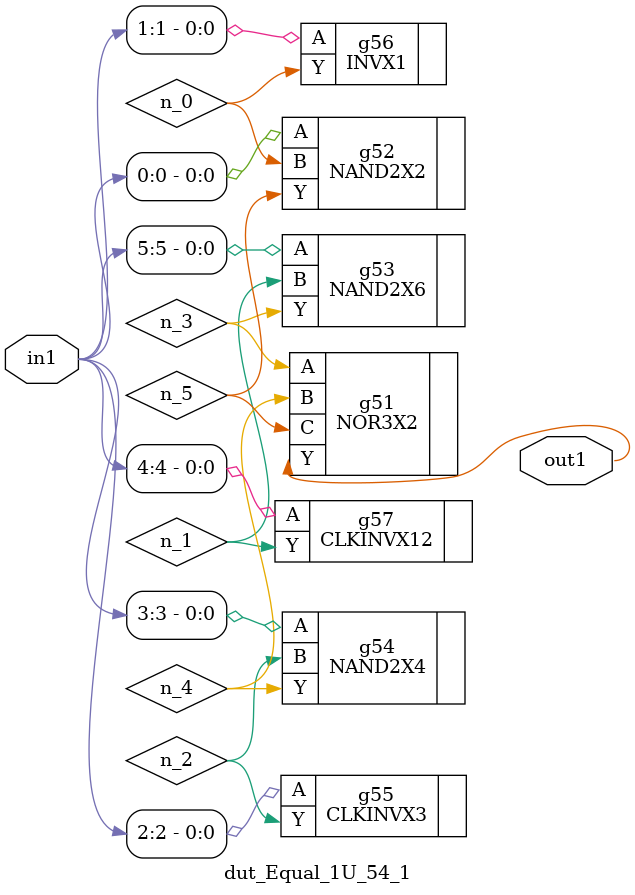
<source format=v>
`timescale 1ps / 1ps


module dut_Equal_1U_54_1(in1, out1);
  input [5:0] in1;
  output out1;
  wire [5:0] in1;
  wire out1;
  wire n_0, n_1, n_2, n_3, n_4, n_5;
  NOR3X2 g51(.A (n_3), .B (n_4), .C (n_5), .Y (out1));
  NAND2X2 g52(.A (in1[0]), .B (n_0), .Y (n_5));
  NAND2X4 g54(.A (in1[3]), .B (n_2), .Y (n_4));
  NAND2X6 g53(.A (in1[5]), .B (n_1), .Y (n_3));
  CLKINVX3 g55(.A (in1[2]), .Y (n_2));
  CLKINVX12 g57(.A (in1[4]), .Y (n_1));
  INVX1 g56(.A (in1[1]), .Y (n_0));
endmodule



</source>
